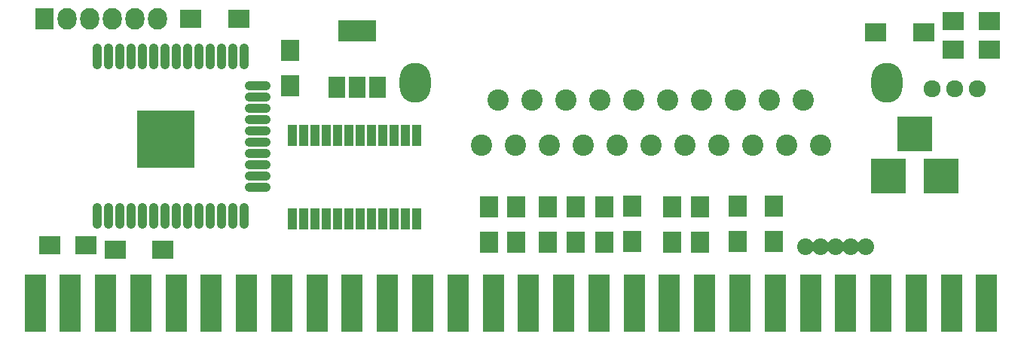
<source format=gbr>
G04 #@! TF.FileFunction,Soldermask,Top*
%FSLAX46Y46*%
G04 Gerber Fmt 4.6, Leading zero omitted, Abs format (unit mm)*
G04 Created by KiCad (PCBNEW 4.0.6) date Sunday, 07 January 2018 'AMt' 11:42:42*
%MOMM*%
%LPD*%
G01*
G04 APERTURE LIST*
%ADD10C,0.100000*%
%ADD11R,2.400000X6.400000*%
%ADD12R,2.000000X2.400000*%
%ADD13R,3.900120X3.900120*%
%ADD14C,1.870000*%
%ADD15C,2.398980*%
%ADD16O,3.500000X4.500000*%
%ADD17R,2.100000X2.400000*%
%ADD18R,2.400000X2.100000*%
%ADD19C,1.924000*%
%ADD20R,2.127200X2.432000*%
%ADD21O,2.127200X2.432000*%
%ADD22R,4.200000X2.400000*%
%ADD23R,1.900000X2.400000*%
%ADD24O,1.100000X2.900000*%
%ADD25O,2.900000X1.100000*%
%ADD26R,6.400000X6.400000*%
%ADD27R,2.400000X2.000000*%
%ADD28R,1.000000X2.400000*%
G04 APERTURE END LIST*
D10*
D11*
X146305000Y-160020000D03*
X138385000Y-160020000D03*
X134425000Y-160020000D03*
X130465000Y-160020000D03*
X126505000Y-160020000D03*
X122545000Y-160020000D03*
X118585000Y-160020000D03*
X142345000Y-160020000D03*
X114625000Y-160020000D03*
X106705000Y-160020000D03*
X102745000Y-160020000D03*
X98785000Y-160020000D03*
X110665000Y-160020000D03*
X170065000Y-160020000D03*
X166105000Y-160020000D03*
X158185000Y-160020000D03*
X174025000Y-160020000D03*
X162145000Y-160020000D03*
X150265000Y-160020000D03*
X154225000Y-160020000D03*
X193825000Y-160020000D03*
X189865000Y-160020000D03*
X181945000Y-160020000D03*
X185905000Y-160020000D03*
X177985000Y-160020000D03*
X197785000Y-160020000D03*
X94825000Y-160020000D03*
X201745000Y-160020000D03*
D12*
X158750000Y-153130000D03*
X158750000Y-149130000D03*
X155575000Y-153130000D03*
X155575000Y-149130000D03*
X148844000Y-153130000D03*
X148844000Y-149130000D03*
D13*
X190675260Y-145669000D03*
X196674740Y-145669000D03*
X193675000Y-140970000D03*
D14*
X184785000Y-153670000D03*
X183085000Y-153670000D03*
X186485000Y-153670000D03*
X188185000Y-153670000D03*
X181385000Y-153670000D03*
D15*
X144950180Y-142240000D03*
X146855180Y-137160000D03*
X148760180Y-142240000D03*
X150665180Y-137160000D03*
X152570180Y-142240000D03*
X154475180Y-137160000D03*
X156380180Y-142240000D03*
X158285180Y-137160000D03*
X160190180Y-142240000D03*
X162095180Y-137160000D03*
X164000180Y-142240000D03*
X165905180Y-137160000D03*
X167810180Y-142240000D03*
X169715180Y-137160000D03*
X171620180Y-142240000D03*
X173525180Y-137160000D03*
X175430180Y-142240000D03*
X177335180Y-137160000D03*
X179240180Y-142240000D03*
X181145180Y-137160000D03*
X183050180Y-142240000D03*
D16*
X137500360Y-135161020D03*
X190500000Y-135161020D03*
D17*
X173750000Y-149035000D03*
X173750000Y-153035000D03*
X161925000Y-149035000D03*
X161925000Y-153035000D03*
X152400000Y-149130000D03*
X152400000Y-153130000D03*
X145796000Y-149130000D03*
X145796000Y-153130000D03*
X166370000Y-149130000D03*
X166370000Y-153130000D03*
X169500000Y-149130000D03*
X169500000Y-153130000D03*
D18*
X202025000Y-128270000D03*
X198025000Y-128270000D03*
D19*
X198120000Y-135890000D03*
X195580000Y-135890000D03*
X200660000Y-135890000D03*
D18*
X202025000Y-131445000D03*
X198025000Y-131445000D03*
D17*
X177800000Y-153035000D03*
X177800000Y-149035000D03*
D20*
X95920000Y-128000000D03*
D21*
X98460000Y-128000000D03*
X101000000Y-128000000D03*
X103540000Y-128000000D03*
X106080000Y-128000000D03*
X108620000Y-128000000D03*
D22*
X131000000Y-129350000D03*
D23*
X131000000Y-135650000D03*
X133300000Y-135650000D03*
X128700000Y-135650000D03*
D24*
X101800000Y-132200000D03*
X103070000Y-132200000D03*
X104340000Y-132200000D03*
X105610000Y-132200000D03*
X106880000Y-132200000D03*
X108150000Y-132200000D03*
X109420000Y-132200000D03*
X110690000Y-132200000D03*
X111960000Y-132200000D03*
X113230000Y-132200000D03*
X114500000Y-132200000D03*
X115770000Y-132200000D03*
X117040000Y-132200000D03*
X118310000Y-132200000D03*
D25*
X119800000Y-135485000D03*
X119800000Y-136755000D03*
X119800000Y-138025000D03*
X119800000Y-139295000D03*
X119800000Y-140565000D03*
X119800000Y-141835000D03*
X119800000Y-143105000D03*
X119800000Y-144375000D03*
X119800000Y-145645000D03*
X119800000Y-146915000D03*
D24*
X118310000Y-150200000D03*
X117040000Y-150200000D03*
X115770000Y-150200000D03*
X114500000Y-150200000D03*
X113230000Y-150200000D03*
X111960000Y-150200000D03*
X110690000Y-150200000D03*
X109420000Y-150200000D03*
X108150000Y-150200000D03*
X106880000Y-150200000D03*
X105610000Y-150200000D03*
X104340000Y-150200000D03*
X103070000Y-150200000D03*
X101800000Y-150200000D03*
D26*
X109500000Y-141500000D03*
D27*
X100500000Y-153500000D03*
X96500000Y-153500000D03*
D17*
X123500000Y-135500000D03*
X123500000Y-131500000D03*
D28*
X123730000Y-150500000D03*
X125000000Y-150500000D03*
X126270000Y-150500000D03*
X127540000Y-150500000D03*
X128810000Y-150500000D03*
X130080000Y-150500000D03*
X131350000Y-150500000D03*
X132620000Y-150500000D03*
X133890000Y-150500000D03*
X135160000Y-150500000D03*
X136430000Y-150500000D03*
X137700000Y-150500000D03*
X137700000Y-141100000D03*
X136430000Y-141100000D03*
X135160000Y-141100000D03*
X133890000Y-141100000D03*
X132620000Y-141100000D03*
X131350000Y-141100000D03*
X130080000Y-141100000D03*
X128810000Y-141100000D03*
X127540000Y-141100000D03*
X126270000Y-141100000D03*
X125000000Y-141100000D03*
X123730000Y-141100000D03*
D27*
X194700000Y-129500000D03*
X189300000Y-129500000D03*
X103800000Y-154000000D03*
X109200000Y-154000000D03*
X112300000Y-128000000D03*
X117700000Y-128000000D03*
M02*

</source>
